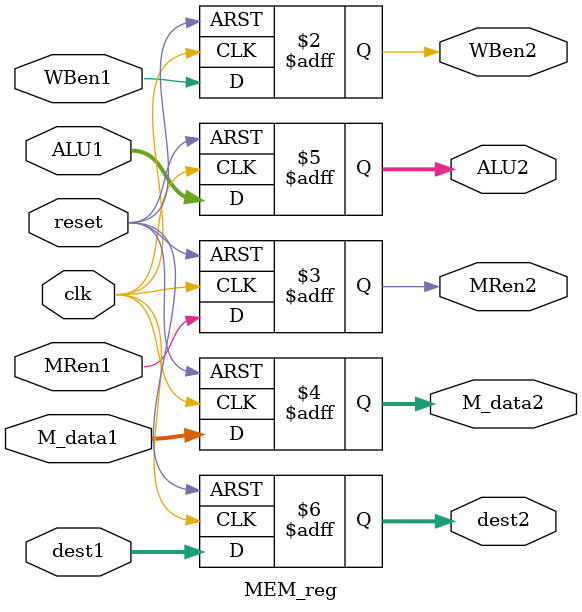
<source format=v>
module MEM_reg(input clk, input reset,input WBen1, input MRen1, input [31 : 0] ALU1, input [31 : 0] M_data1, input [3:0] dest1,output reg WBen2,output reg MRen2,output reg [31 : 0] M_data2,output reg [31 : 0] ALU2,output reg [3:0] dest2);

	always @(posedge clk or posedge reset) begin
		if(reset) begin
			{WBen2,MRen2,M_data2,ALU2,dest2} = 0;
		end 
		else begin
			WBen2 <= WBen1;
			MRen2 <= MRen1;
			M_data2<= M_data1;
			ALU2 <= ALU1;
			dest2 <= dest1;
		end
	end
endmodule

</source>
